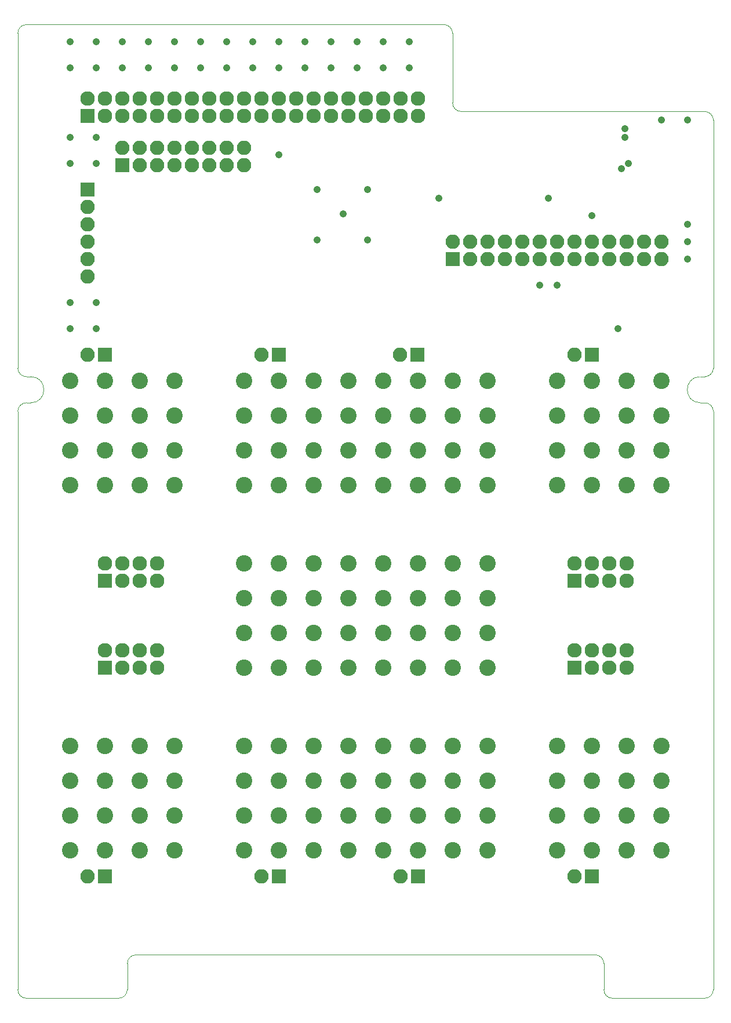
<source format=gbs>
G04 #@! TF.FileFunction,Soldermask,Bot*
%FSLAX46Y46*%
G04 Gerber Fmt 4.6, Leading zero omitted, Abs format (unit mm)*
G04 Created by KiCad (PCBNEW 4.0.7) date Monday, June 18, 2018 'PMt' 02:17:17 PM*
%MOMM*%
%LPD*%
G01*
G04 APERTURE LIST*
%ADD10C,0.020000*%
%ADD11C,0.100000*%
%ADD12C,1.060400*%
%ADD13C,2.400000*%
%ADD14R,2.127200X2.127200*%
%ADD15O,2.127200X2.127200*%
%ADD16R,2.100000X2.100000*%
%ADD17O,2.100000X2.100000*%
G04 APERTURE END LIST*
D10*
D11*
X36068000Y-88900000D02*
X49530000Y-88900000D01*
X34798000Y-83820000D02*
X34798000Y-87630000D01*
X-33528000Y-82550000D02*
X33528000Y-82550000D01*
X-34798000Y-83820000D02*
X-34798000Y-87630000D01*
X34798000Y-83820000D02*
G75*
G03X33528000Y-82550000I-1270000J0D01*
G01*
X34798000Y-87630000D02*
G75*
G03X36068000Y-88900000I1270000J0D01*
G01*
X-33530217Y-82550002D02*
G75*
G03X-34798000Y-83820000I2217J-1269998D01*
G01*
X-34798000Y-87630000D02*
G75*
G02X-36068000Y-88900000I-1270000J0D01*
G01*
X-50800000Y-3175000D02*
G75*
G02X-49530000Y-1905000I1270000J0D01*
G01*
X-49530000Y-1905000D02*
X-48895000Y-1905000D01*
X-48895000Y1905000D02*
G75*
G02X-48895000Y-1905000I0J-1905000D01*
G01*
X-48895000Y1905000D02*
X-49530000Y1905000D01*
X-49530000Y1905000D02*
G75*
G02X-50800000Y3175000I0J1270000D01*
G01*
X-50800000Y52070000D02*
X-50800000Y3175000D01*
X-50800000Y52070000D02*
G75*
G02X-49530000Y53340000I1270000J0D01*
G01*
X11430000Y53340000D02*
X-49530000Y53340000D01*
X11430000Y53340000D02*
G75*
G02X12700000Y52070000I0J-1270000D01*
G01*
X12700000Y52070000D02*
X12700000Y41910000D01*
X13970000Y40640000D02*
G75*
G02X12700000Y41910000I0J1270000D01*
G01*
X13970000Y40640000D02*
X49530000Y40640000D01*
X49530000Y40640000D02*
G75*
G02X50800000Y39370000I0J-1270000D01*
G01*
X50800000Y3175000D02*
X50800000Y39370000D01*
X50800000Y3175000D02*
G75*
G02X49530000Y1905000I-1270000J0D01*
G01*
X48895000Y1905000D02*
X49530000Y1905000D01*
X48895000Y-1905000D02*
G75*
G02X48895000Y1905000I0J1905000D01*
G01*
X49530000Y-1905000D02*
X48895000Y-1905000D01*
X49530000Y-1905000D02*
G75*
G02X50800000Y-3175000I0J-1270000D01*
G01*
X50800000Y-87630000D02*
X50800000Y-3175000D01*
X50800000Y-87630000D02*
G75*
G02X49530000Y-88900000I-1270000J0D01*
G01*
X-49530000Y-88900000D02*
X-36068000Y-88900000D01*
X-49530000Y-88900000D02*
G75*
G02X-50800000Y-87630000I0J1270000D01*
G01*
X-50800000Y-3175000D02*
X-50800000Y-87630000D01*
D12*
X38354000Y33020000D03*
X37846000Y38100000D03*
X37846000Y36830000D03*
X37338000Y32258000D03*
X36830000Y8890000D03*
X-12700000Y34290000D03*
X-43180000Y8890000D03*
X-39370000Y8890000D03*
X-39370000Y12700000D03*
X-43180000Y12700000D03*
X-39370000Y33020000D03*
X-43180000Y36830000D03*
X-39370000Y36830000D03*
X-43180000Y33020000D03*
X-5080000Y46990000D03*
X2540000Y46990000D03*
X6350000Y46990000D03*
X-8890000Y46990000D03*
X-1270000Y46990000D03*
X-35560000Y46990000D03*
X-31750000Y46990000D03*
X-39370000Y46990000D03*
X-27940000Y46990000D03*
X-20320000Y46990000D03*
X-43180000Y46990000D03*
X-24130000Y46990000D03*
X-12700000Y46990000D03*
X-16510000Y46990000D03*
X6350000Y50800000D03*
X2540000Y50800000D03*
X-5080000Y50800000D03*
X-8890000Y50800000D03*
X-12700000Y50800000D03*
X-16510000Y50800000D03*
X-1270000Y50800000D03*
X-20320000Y50800000D03*
X-24130000Y50800000D03*
X-27940000Y50800000D03*
X-31750000Y50800000D03*
X-35560000Y50800000D03*
X-39370000Y50800000D03*
X-43180000Y50800000D03*
X10668000Y27940000D03*
X25400000Y15240000D03*
X27940000Y15240000D03*
X46990000Y19050000D03*
X46990000Y21590000D03*
X46990000Y24130000D03*
X46990000Y39370000D03*
X43180000Y39370000D03*
X26670000Y27940000D03*
X33020000Y25400000D03*
X-7112000Y29210000D03*
X254000Y29210000D03*
X254000Y21844000D03*
X-7112000Y21844000D03*
D13*
X12700000Y-40640000D03*
X12700000Y-35560000D03*
X12700000Y-30480000D03*
X12700000Y-25400000D03*
X7620000Y-40640000D03*
X7620000Y-35560000D03*
X7620000Y-30480000D03*
X7620000Y-25400000D03*
X-2540000Y-25400000D03*
X-2540000Y-30480000D03*
X-2540000Y-35560000D03*
X-2540000Y-40640000D03*
X2540000Y-40640000D03*
X2540000Y-35560000D03*
X2540000Y-30480000D03*
X2540000Y-25400000D03*
D14*
X30480000Y-27940000D03*
D15*
X30480000Y-25400000D03*
X33020000Y-27940000D03*
X33020000Y-25400000D03*
X35560000Y-27940000D03*
X35560000Y-25400000D03*
X38100000Y-27940000D03*
X38100000Y-25400000D03*
D14*
X-38100000Y-27940000D03*
D15*
X-38100000Y-25400000D03*
X-35560000Y-27940000D03*
X-35560000Y-25400000D03*
X-33020000Y-27940000D03*
X-33020000Y-25400000D03*
X-30480000Y-27940000D03*
X-30480000Y-25400000D03*
D13*
X-43180000Y-13970000D03*
X-43180000Y-8890000D03*
X-43180000Y-3810000D03*
X-43180000Y1270000D03*
X-7620000Y-13970000D03*
X-7620000Y-8890000D03*
X-7620000Y-3810000D03*
X-7620000Y1270000D03*
X7620000Y-13970000D03*
X7620000Y-8890000D03*
X7620000Y-3810000D03*
X7620000Y1270000D03*
X2540000Y-13970000D03*
X2540000Y-8890000D03*
X2540000Y-3810000D03*
X2540000Y1270000D03*
X33020000Y-13970000D03*
X33020000Y-8890000D03*
X33020000Y-3810000D03*
X33020000Y1270000D03*
X27940000Y-13970000D03*
X27940000Y-8890000D03*
X27940000Y-3810000D03*
X27940000Y1270000D03*
X43180000Y-13970000D03*
X43180000Y-8890000D03*
X43180000Y-3810000D03*
X43180000Y1270000D03*
X38100000Y-13970000D03*
X38100000Y-8890000D03*
X38100000Y-3810000D03*
X38100000Y1270000D03*
X17780000Y-13970000D03*
X17780000Y-8890000D03*
X17780000Y-3810000D03*
X17780000Y1270000D03*
X12700000Y-13970000D03*
X12700000Y-8890000D03*
X12700000Y-3810000D03*
X12700000Y1270000D03*
X-2540000Y-13970000D03*
X-2540000Y-8890000D03*
X-2540000Y-3810000D03*
X-2540000Y1270000D03*
X-12700000Y-13970000D03*
X-12700000Y-8890000D03*
X-12700000Y-3810000D03*
X-12700000Y1270000D03*
X-17780000Y-13970000D03*
X-17780000Y-8890000D03*
X-17780000Y-3810000D03*
X-17780000Y1270000D03*
X-27940000Y-13970000D03*
X-27940000Y-8890000D03*
X-27940000Y-3810000D03*
X-27940000Y1270000D03*
X-33020000Y-13970000D03*
X-33020000Y-8890000D03*
X-33020000Y-3810000D03*
X-33020000Y1270000D03*
X-38100000Y-13970000D03*
X-38100000Y-8890000D03*
X-38100000Y-3810000D03*
X-38100000Y1270000D03*
X-17780000Y-25400000D03*
X-17780000Y-30480000D03*
X-17780000Y-35560000D03*
X-17780000Y-40640000D03*
X-12700000Y-25400000D03*
X-12700000Y-30480000D03*
X-12700000Y-35560000D03*
X-12700000Y-40640000D03*
X-7620000Y-25400000D03*
X-7620000Y-30480000D03*
X-7620000Y-35560000D03*
X-7620000Y-40640000D03*
D16*
X-40640000Y29210000D03*
D17*
X-40640000Y26670000D03*
X-40640000Y24130000D03*
X-40640000Y21590000D03*
X-40640000Y19050000D03*
X-40640000Y16510000D03*
D13*
X17780000Y-40640000D03*
X17780000Y-35560000D03*
X17780000Y-30480000D03*
X17780000Y-25400000D03*
X43180000Y-52070000D03*
X43180000Y-57150000D03*
X43180000Y-62230000D03*
X43180000Y-67310000D03*
X38100000Y-52070000D03*
X38100000Y-57150000D03*
X38100000Y-62230000D03*
X38100000Y-67310000D03*
X33020000Y-52070000D03*
X33020000Y-57150000D03*
X33020000Y-62230000D03*
X33020000Y-67310000D03*
X27940000Y-52070000D03*
X27940000Y-57150000D03*
X27940000Y-62230000D03*
X27940000Y-67310000D03*
X17780000Y-52070000D03*
X17780000Y-57150000D03*
X17780000Y-62230000D03*
X17780000Y-67310000D03*
X12700000Y-52070000D03*
X12700000Y-57150000D03*
X12700000Y-62230000D03*
X12700000Y-67310000D03*
X7620000Y-52070000D03*
X7620000Y-57150000D03*
X7620000Y-62230000D03*
X7620000Y-67310000D03*
X2540000Y-52070000D03*
X2540000Y-57150000D03*
X2540000Y-62230000D03*
X2540000Y-67310000D03*
X-2540000Y-52070000D03*
X-2540000Y-57150000D03*
X-2540000Y-62230000D03*
X-2540000Y-67310000D03*
X-7620000Y-52070000D03*
X-7620000Y-57150000D03*
X-7620000Y-62230000D03*
X-7620000Y-67310000D03*
X-12700000Y-52070000D03*
X-12700000Y-57150000D03*
X-12700000Y-62230000D03*
X-12700000Y-67310000D03*
X-17780000Y-52070000D03*
X-17780000Y-57150000D03*
X-17780000Y-62230000D03*
X-17780000Y-67310000D03*
X-27940000Y-52070000D03*
X-27940000Y-57150000D03*
X-27940000Y-62230000D03*
X-27940000Y-67310000D03*
X-33020000Y-52070000D03*
X-33020000Y-57150000D03*
X-33020000Y-62230000D03*
X-33020000Y-67310000D03*
X-38100000Y-52070000D03*
X-38100000Y-57150000D03*
X-38100000Y-62230000D03*
X-38100000Y-67310000D03*
X-43180000Y-52070000D03*
X-43180000Y-57150000D03*
X-43180000Y-62230000D03*
X-43180000Y-67310000D03*
D14*
X-40640000Y39992300D03*
D15*
X-40640000Y42532300D03*
X-38100000Y39992300D03*
X-38100000Y42532300D03*
X-35560000Y39992300D03*
X-35560000Y42532300D03*
X-33020000Y39992300D03*
X-33020000Y42532300D03*
X-30480000Y39992300D03*
X-30480000Y42532300D03*
X-27940000Y39992300D03*
X-27940000Y42532300D03*
X-25400000Y39992300D03*
X-25400000Y42532300D03*
X-22860000Y39992300D03*
X-22860000Y42532300D03*
X-20320000Y39992300D03*
X-20320000Y42532300D03*
X-17780000Y39992300D03*
X-17780000Y42532300D03*
X-15240000Y39992300D03*
X-15240000Y42532300D03*
X-12700000Y39992300D03*
X-12700000Y42532300D03*
X-10160000Y39992300D03*
X-10160000Y42532300D03*
X-7620000Y39992300D03*
X-7620000Y42532300D03*
X-5080000Y39992300D03*
X-5080000Y42532300D03*
X-2540000Y39992300D03*
X-2540000Y42532300D03*
X0Y39992300D03*
X0Y42532300D03*
X2540000Y39992300D03*
X2540000Y42532300D03*
X5080000Y39992300D03*
X5080000Y42532300D03*
X7620000Y39992300D03*
X7620000Y42532300D03*
D16*
X-35560000Y32766000D03*
D17*
X-35560000Y35306000D03*
X-33020000Y32766000D03*
X-33020000Y35306000D03*
X-30480000Y32766000D03*
X-30480000Y35306000D03*
X-27940000Y32766000D03*
X-27940000Y35306000D03*
X-25400000Y32766000D03*
X-25400000Y35306000D03*
X-22860000Y32766000D03*
X-22860000Y35306000D03*
X-20320000Y32766000D03*
X-20320000Y35306000D03*
X-17780000Y32766000D03*
X-17780000Y35306000D03*
D14*
X-38100000Y-40640000D03*
D15*
X-38100000Y-38100000D03*
X-35560000Y-40640000D03*
X-35560000Y-38100000D03*
X-33020000Y-40640000D03*
X-33020000Y-38100000D03*
X-30480000Y-40640000D03*
X-30480000Y-38100000D03*
D14*
X30480000Y-40640000D03*
D15*
X30480000Y-38100000D03*
X33020000Y-40640000D03*
X33020000Y-38100000D03*
X35560000Y-40640000D03*
X35560000Y-38100000D03*
X38100000Y-40640000D03*
X38100000Y-38100000D03*
D16*
X33020000Y5080000D03*
D17*
X30480000Y5080000D03*
D16*
X7605000Y5080000D03*
D17*
X5065000Y5080000D03*
D16*
X-12700000Y5080000D03*
D17*
X-15240000Y5080000D03*
D16*
X-38100000Y5080000D03*
D17*
X-40640000Y5080000D03*
D16*
X33020000Y-71120000D03*
D17*
X30480000Y-71120000D03*
D16*
X7620000Y-71120000D03*
D17*
X5080000Y-71120000D03*
D16*
X-12700000Y-71120000D03*
D17*
X-15240000Y-71120000D03*
D16*
X-38100000Y-71120000D03*
D17*
X-40640000Y-71120000D03*
D16*
X12700000Y19050000D03*
D17*
X12700000Y21590000D03*
X15240000Y19050000D03*
X15240000Y21590000D03*
X17780000Y19050000D03*
X17780000Y21590000D03*
X20320000Y19050000D03*
X20320000Y21590000D03*
X22860000Y19050000D03*
X22860000Y21590000D03*
X25400000Y19050000D03*
X25400000Y21590000D03*
X27940000Y19050000D03*
X27940000Y21590000D03*
X30480000Y19050000D03*
X30480000Y21590000D03*
X33020000Y19050000D03*
X33020000Y21590000D03*
X35560000Y19050000D03*
X35560000Y21590000D03*
X38100000Y19050000D03*
X38100000Y21590000D03*
X40640000Y19050000D03*
X40640000Y21590000D03*
X43180000Y19050000D03*
X43180000Y21590000D03*
D12*
X-3302000Y25654000D03*
M02*

</source>
